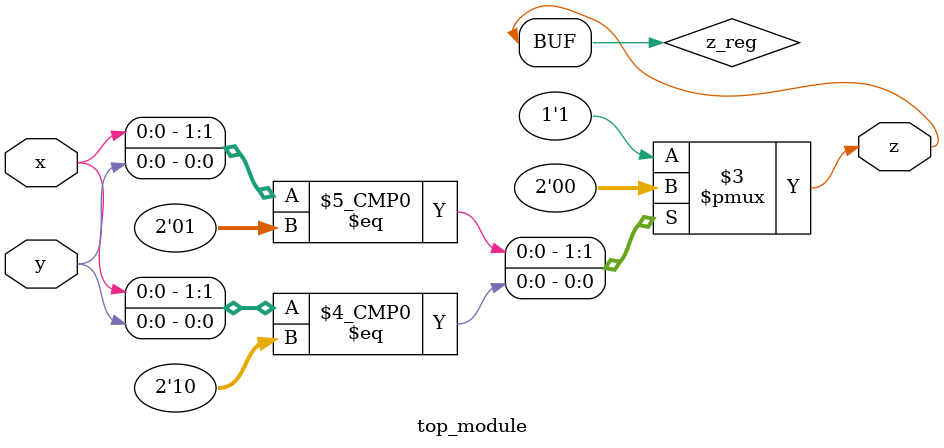
<source format=sv>
module top_module(
	input x,
	input y,
	output z);

	// Define internal signals
	reg z_reg;

	// Assign output z to z_reg
	assign z = z_reg;

	// Create always block for sequential logic
	always @(x, y) begin
		// Define the logic for z_reg
		case({x, y})
			2'b01: z_reg <= 1'b0;
			2'b10: z_reg <= 1'b0;
			default: z_reg <= 1'b1;
		endcase
	end

endmodule

</source>
